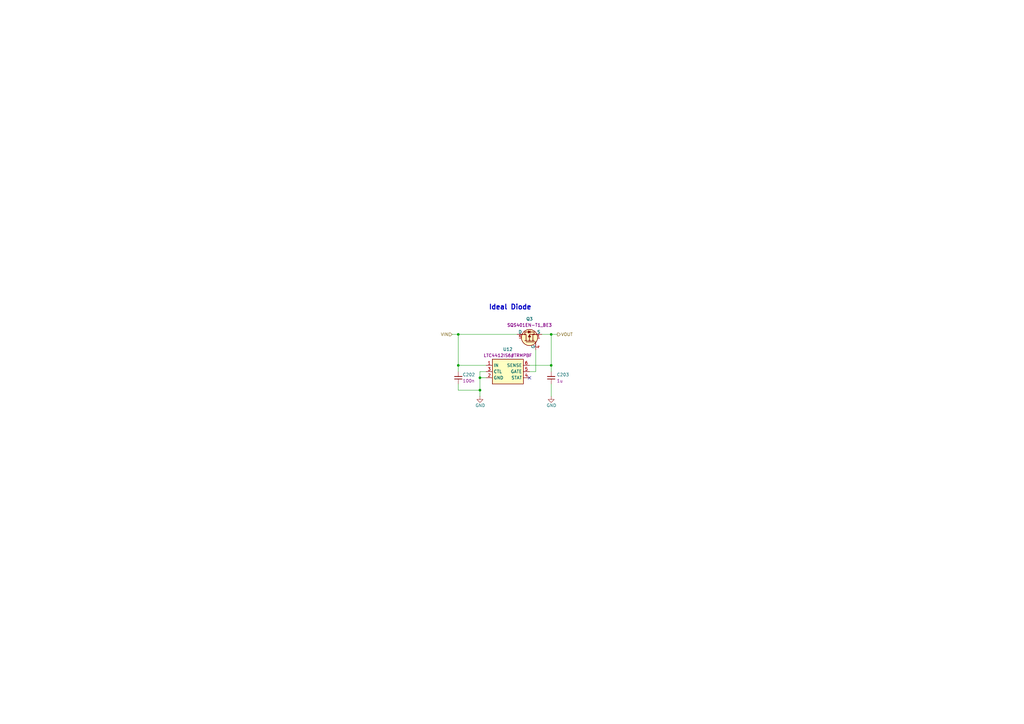
<source format=kicad_sch>
(kicad_sch (version 20250114) (generator "eeschema") (generator_version "9.0")
  (paper "A3")
  (title_block (title "10GbE Expansion") (date "2025-11-07") (rev "1.0.0") (company "Antmicro Ltd") (comment 1 "www.antmicro.com"))
  (lib_symbols
    (symbol "antmicroCapacitors0402:C_100n_0402" (pin_numbers (hide yes)) (pin_names (hide yes))
      (property "Reference" "C" (at 20.32 -5.08 0))
      (property "Val" "100n" (at 20.32 -7.62 0))
      (symbol "C_100n_0402_0_1"
        (polyline (pts (xy 2.032 -1.524) (xy 2.032 1.524)) (stroke (width 0.3048)))
        (polyline (pts (xy 3.048 -1.524) (xy 3.048 1.524)) (stroke (width 0.3302)))
      )
      (symbol "C_100n_0402_1_1"
        (pin passive line (at 0 0 0) (length 2.032) (name "~") (number "1"))
        (pin passive line (at 5.08 0 180) (length 2.032) (name "~") (number "2"))
      )
    )
    (symbol "antmicroCapacitors0402:C_1u_25V_0402" (pin_numbers (hide yes)) (pin_names (hide yes))
      (property "Reference" "C" (at 20.32 -5.08 0))
      (property "Val" "1u" (at 20.32 -7.62 0))
      (symbol "C_1u_25V_0402_0_1"
        (polyline (pts (xy 2.032 -1.524) (xy 2.032 1.524)) (stroke (width 0.3048)))
        (polyline (pts (xy 3.048 -1.524) (xy 3.048 1.524)) (stroke (width 0.3302)))
      )
      (symbol "C_1u_25V_0402_1_1"
        (pin passive line (at 0 0 0) (length 2.032) (name "~") (number "1"))
        (pin passive line (at 5.08 0 180) (length 2.032) (name "~") (number "2"))
      )
    )
    (symbol "antmicroPMICORControllersIdealDiodes:LTC4412IS6"
      (property "Reference" "U" (at 31.75 -2.54 0))
      (property "MPN" "LTC4412IS6#TRMPBF" (at 31.75 -12.7 0))
      (symbol "LTC4412IS6_1_1"
        (rectangle (start 2.54 2.54) (end 15.24 -7.62) (stroke (width 0.254)) (fill (type background)))
        (pin power_in line (at 0 0 0) (length 2.54) (name "IN") (number "1"))
        (pin input line (at 0 -2.54 0) (length 2.54) (name "CTL") (number "3"))
        (pin power_in line (at 0 -5.08 0) (length 2.54) (name "GND") (number "2"))
        (pin input line (at 17.78 0 180) (length 2.54) (name "SENSE") (number "6"))
        (pin output line (at 17.78 -2.54 180) (length 2.54) (name "GATE") (number "5"))
        (pin output line (at 17.78 -5.08 180) (length 2.54) (name "STAT") (number "4"))
      )
    )
    (symbol "antmicroTransistorsFETsMOSFETsSingle:SQS401EN-T1_BE3" (pin_names (offset 0)) (in_bom no)
      (property "Reference" "Q" (at 15.24 -5.08 0))
      (property "MPN" "SQS401EN-T1_BE3" (at 15.24 -7.62 0))
      (symbol "SQS401EN-T1_BE3_1_1"
        (polyline (pts (xy 1.27 0) (xy 3.302 0) (xy 3.302 3.937)) (stroke (width 0.254)))
        (polyline (pts (xy 3.81 4.445) (xy 3.81 3.429)) (stroke (width 0.254)) (fill (type background)))
        (polyline (pts (xy 3.81 2.54) (xy 3.81 3.048)) (stroke (width 0.254)) (fill (type background)))
        (polyline (pts (xy 3.81 2.54) (xy 3.81 2.032)) (stroke (width 0.254)) (fill (type background)))
        (polyline (pts (xy 3.81 1.143) (xy 3.81 1.651)) (stroke (width 0.254)) (fill (type background)))
        (polyline (pts (xy 3.81 1.143) (xy 3.81 0.635)) (stroke (width 0.254)) (fill (type background)))
        (circle (center 5.08 2.54) (radius 3.302) (stroke (width 0.254)) (fill (type background)))
        (polyline (pts (xy 6.096 2.54) (xy 5.334 2.032) (xy 5.334 3.048) (xy 6.096 2.54)) (stroke (width 0.254)) (fill (type outline)))
        (polyline (pts (xy 6.223 0.635) (xy 7.366 0.635) (xy 7.366 3.937) (xy 7.366 4.445) (xy 6.223 4.445)) (stroke (width 0.254)))
        (polyline (pts (xy 6.35 6.35) (xy 6.35 3.937) (xy 3.81 3.937)) (stroke (width 0.254)))
        (circle (center 6.35 4.445) (radius 0.127) (stroke (width 0.254)) (fill (type background)))
        (polyline (pts (xy 6.35 1.143) (xy 3.81 1.143)) (stroke (width 0.254)) (fill (type background)))
        (circle (center 6.35 1.143) (radius 0.127) (stroke (width 0.254)) (fill (type background)))
        (circle (center 6.35 0.635) (radius 0.127) (stroke (width 0.254)) (fill (type background)))
        (polyline (pts (xy 6.35 -1.27) (xy 6.35 2.54) (xy 3.81 2.54)) (stroke (width 0.254)))
        (polyline (pts (xy 7.366 2.286) (xy 7.874 3.048) (xy 6.858 3.048) (xy 7.366 2.286)) (stroke (width 0.254)) (fill (type outline)))
        (polyline (pts (xy 7.874 2.286) (xy 6.858 2.286)) (stroke (width 0.254)) (fill (type background)))
        (pin input line (at 0 0 0) (length 2.54) (name "G") (number "4"))
        (pin passive line (at 6.35 7.62 270) (length 2.54) (name "D") (number "5"))
        (pin passive line (at 6.35 -2.54 90) (length 2.54) (name "S") (number "1"))
        (pin passive line (at 6.35 -2.54 90) (length 2.54) (hide yes) (name "S") (number "2"))
        (pin passive line (at 6.35 -2.54 90) (length 2.54) (hide yes) (name "S") (number "3"))
      )
    )
    (symbol "antmicropower:GND" (power) (pin_numbers (hide yes)) (pin_names (hide yes))
      (property "Value" "GND" (at 8.89 -5.08 0))
      (symbol "GND_1_1"
        (polyline (pts (xy 0 0) (xy 0 -1.27) (xy 1.27 -1.27) (xy 0 -2.54) (xy -1.27 -1.27) (xy 0 -1.27)))
        (pin power_in line (at 0 0 270) (length 0) (name "GND") (number "1"))
      )
    )
  )
  (text "Ideal Diode" (at 200.406 127.254 0) (effects (font (size 2 2) (thickness 0.4) (bold yes)) (justify left bottom)))
  (junction (at 226.06 149.86))
  (junction (at 196.85 154.94))
  (junction (at 187.96 137.16))
  (junction (at 187.96 149.86))
  (junction (at 196.85 160.02))
  (junction (at 226.06 137.16))
  (no_connect (at 217.17 154.94))
  (wire (pts (xy 217.17 152.4) (xy 219.71 152.4)))
  (wire (pts (xy 196.85 152.4) (xy 196.85 154.94)))
  (wire (pts (xy 222.25 137.16) (xy 226.06 137.16)))
  (wire (pts (xy 187.96 149.86) (xy 199.39 149.86)))
  (wire (pts (xy 196.85 154.94) (xy 199.39 154.94)))
  (wire (pts (xy 185.42 137.16) (xy 187.96 137.16)))
  (wire (pts (xy 219.71 143.51) (xy 219.71 152.4)))
  (wire (pts (xy 196.85 152.4) (xy 199.39 152.4)))
  (wire (pts (xy 226.06 137.16) (xy 228.6 137.16)))
  (wire (pts (xy 187.96 137.16) (xy 187.96 149.86)))
  (wire (pts (xy 226.06 157.48) (xy 226.06 162.56)))
  (wire (pts (xy 226.06 137.16) (xy 226.06 149.86)))
  (wire (pts (xy 217.17 149.86) (xy 226.06 149.86)))
  (wire (pts (xy 196.85 160.02) (xy 196.85 162.56)))
  (wire (pts (xy 187.96 149.86) (xy 187.96 152.4)))
  (wire (pts (xy 196.85 154.94) (xy 196.85 160.02)))
  (wire (pts (xy 187.96 160.02) (xy 196.85 160.02)))
  (wire (pts (xy 187.96 157.48) (xy 187.96 160.02)))
  (wire (pts (xy 226.06 149.86) (xy 226.06 152.4)))
  (wire (pts (xy 187.96 137.16) (xy 212.09 137.16)))
  (hierarchical_label "VOUT" (shape output) (at 228.6 137.16 0))
  (hierarchical_label "VIN" (shape input) (at 185.42 137.16 180))
  (symbol (lib_id "antmicroCapacitors0402:C_1u_25V_0402") (at 226.06 157.48 90) (unit 1)
    (property "Reference" "C201" (at 228.346 153.67 90) (effects (justify right)))
    (property "Value" "C_1u_25V_0402" (effects (hide yes)))
    (property "Footprint" "antmicro-footprints:C_0402_1005Metric" (effects (hide yes)))
    (property "Datasheet" "https://www.murata.com/products/productdetail?partno=GRM155R61E105KE11%23" (effects (hide yes)))
    (property "Description" "SMD Multilayer Ceramic Capacitor, 1 µF, 25 V, 0402 [1005 Metric], ± 10%, X5R, GRM Series" (effects (hide yes)))
    (property "MPN" "GRM155R61E105KE11J" (effects (hide yes)))
    (property "Manufacturer" "Murata" (effects (hide yes)))
    (property "License" "Apache-2.0" (effects (hide yes)))
    (property "Author" "Antmicro" (effects (hide yes)))
    (property "Val" "1u" (at 228.346 156.21 90) (effects (justify right)))
    (property "Voltage" "25V" (effects (hide yes)))
    (property "Dielectric" "X5R" (effects (hide yes)))
    (instances (project "10-gbe-expansion" (path "" (reference "C203") (unit 1)) (path "" (reference "C201") (unit 1))))
  )
  (symbol (lib_id "antmicroCapacitors0402:C_100n_0402") (at 187.96 157.48 90) (unit 1)
    (property "Reference" "C200" (at 189.738 153.67 90) (effects (justify right)))
    (property "Value" "C_100n_0402" (effects (hide yes)))
    (property "Footprint" "antmicro-footprints:C_0402_1005Metric" (effects (hide yes)))
    (property "Datasheet" "https://www.murata.com/products/productdetail?partno=GRM155R61H104KE14%23" (effects (hide yes)))
    (property "Description" "SMD Multilayer Ceramic Capacitor, 0.1 µF, 50 V, 0402 [1005 Metric], ± 10%, X5R, GRM Series" (effects (hide yes)))
    (property "MPN" "GRM155R61H104KE14D" (effects (hide yes)))
    (property "Manufacturer" "Murata" (effects (hide yes)))
    (property "License" "Apache-2.0" (effects (hide yes)))
    (property "Author" "Antmicro" (effects (hide yes)))
    (property "Val" "100n" (at 189.738 156.21 90) (effects (justify right)))
    (property "Voltage" "50V" (effects (hide yes)))
    (property "Dielectric" "X5R" (effects (hide yes)))
    (instances (project "10-gbe-expansion" (path "" (reference "C202") (unit 1)) (path "" (reference "C200") (unit 1))))
  )
  (symbol (lib_id "antmicropower:GND") (at 196.85 162.56 0) (unit 1)
    (property "Reference" "#PWR0328" (effects (hide yes)))
    (property "Value" "GND" (at 194.945 167.005 0) (effects (justify left bottom)))
    (property "Author" "Antmicro" (effects (hide yes)))
    (property "License" "Apache-2.0" (effects (hide yes)))
    (instances (project "10-gbe-expansion" (path "" (reference "#PWR0330") (unit 1)) (path "" (reference "#PWR0328") (unit 1))))
  )
  (symbol (lib_id "antmicropower:GND") (at 226.06 162.56 0) (unit 1)
    (property "Reference" "#PWR0329" (effects (hide yes)))
    (property "Value" "GND" (at 224.155 167.005 0) (effects (justify left bottom)))
    (property "Author" "Antmicro" (effects (hide yes)))
    (property "License" "Apache-2.0" (effects (hide yes)))
    (instances (project "10-gbe-expansion" (path "" (reference "#PWR0331") (unit 1)) (path "" (reference "#PWR0329") (unit 1))))
  )
  (symbol (lib_id "antmicroPMICORControllersIdealDiodes:LTC4412IS6") (at 199.39 149.86 0) (unit 1)
    (property "Reference" "U11" (at 208.28 143.256 0))
    (property "Value" "LTC4412IS6" (effects (hide yes)))
    (property "Footprint" "antmicro-footprints:SOT-23-6" (effects (hide yes)))
    (property "Datasheet" "https://www.analog.com/media/en/technical-documentation/data-sheets/4412fb.pdf" (effects (hide yes)))
    (property "Description" "Ideal diode controller" (effects (hide yes)))
    (property "MPN" "LTC4412IS6#TRMPBF" (at 208.28 145.796 0))
    (property "Manufacturer" "Analog Devices" (effects (hide yes)))
    (property "Author" "Antmicro" (effects (hide yes)))
    (property "License" "Apache-2.0" (effects (hide yes)))
    (instances (project "10-gbe-expansion" (path "" (reference "U12") (unit 1)) (path "" (reference "U11") (unit 1))))
  )
  (symbol (lib_id "antmicroTransistorsFETsMOSFETsSingle:SQS401EN-T1_BE3") (at 219.71 143.51 90) (unit 1)
    (property "Reference" "Q2" (at 217.17 130.81 90))
    (property "Value" "SQS401EN-T1_BE3" (effects (hide yes)))
    (property "Footprint" "antmicro-footprints:Vishay_PowerPAK_1212-8_Single" (effects (hide yes)))
    (property "Datasheet" "https://www.vishay.com/docs/65529/sqs401en.pdf" (effects (hide yes)))
    (property "Description" "MOSFET, P Channel, 40 V, 16A, 0.047 ohm, PowerPAK 1212-8, Surface Mount" (effects (hide yes)))
    (property "MPN" "SQS401EN-T1_BE3" (at 217.17 133.35 90))
    (property "Manufacturer" "Vishay" (effects (hide yes)))
    (property "Author" "Antmicro" (effects (hide yes)))
    (property "License" "Apache-2.0" (effects (hide yes)))
    (instances (project "10-gbe-expansion" (path "" (reference "Q3") (unit 1)) (path "" (reference "Q2") (unit 1))))
  )
)
</source>
